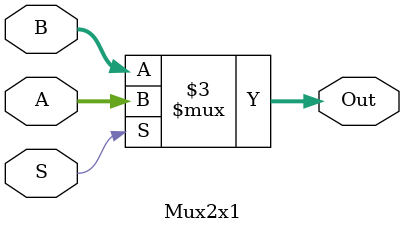
<source format=v>
`timescale 1ns / 1ps


module Mux2x1(A, B, Out, S);

input [31:0] A,B;
input S;

output reg [31:0] Out;

always @(*) begin
    if(S)
        Out <= A;
    else
        Out <= B;

end
endmodule

</source>
